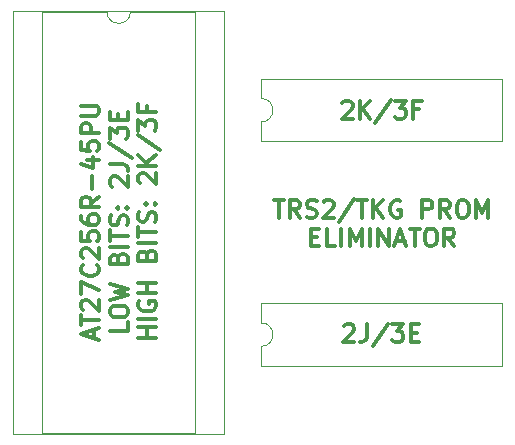
<source format=gbr>
%TF.GenerationSoftware,KiCad,Pcbnew,9.0.4*%
%TF.CreationDate,2025-12-25T18:25:57-05:00*%
%TF.ProjectId,DonkeyKongCPUPromReplacement,446f6e6b-6579-44b6-9f6e-674350555072,rev?*%
%TF.SameCoordinates,Original*%
%TF.FileFunction,Legend,Top*%
%TF.FilePolarity,Positive*%
%FSLAX46Y46*%
G04 Gerber Fmt 4.6, Leading zero omitted, Abs format (unit mm)*
G04 Created by KiCad (PCBNEW 9.0.4) date 2025-12-25 18:25:57*
%MOMM*%
%LPD*%
G01*
G04 APERTURE LIST*
%ADD10C,0.300000*%
%ADD11C,0.120000*%
G04 APERTURE END LIST*
D10*
X49749429Y-53797912D02*
X50606572Y-53797912D01*
X50178000Y-55297912D02*
X50178000Y-53797912D01*
X51963714Y-55297912D02*
X51463714Y-54583626D01*
X51106571Y-55297912D02*
X51106571Y-53797912D01*
X51106571Y-53797912D02*
X51678000Y-53797912D01*
X51678000Y-53797912D02*
X51820857Y-53869341D01*
X51820857Y-53869341D02*
X51892286Y-53940769D01*
X51892286Y-53940769D02*
X51963714Y-54083626D01*
X51963714Y-54083626D02*
X51963714Y-54297912D01*
X51963714Y-54297912D02*
X51892286Y-54440769D01*
X51892286Y-54440769D02*
X51820857Y-54512198D01*
X51820857Y-54512198D02*
X51678000Y-54583626D01*
X51678000Y-54583626D02*
X51106571Y-54583626D01*
X52535143Y-55226484D02*
X52749429Y-55297912D01*
X52749429Y-55297912D02*
X53106571Y-55297912D01*
X53106571Y-55297912D02*
X53249429Y-55226484D01*
X53249429Y-55226484D02*
X53320857Y-55155055D01*
X53320857Y-55155055D02*
X53392286Y-55012198D01*
X53392286Y-55012198D02*
X53392286Y-54869341D01*
X53392286Y-54869341D02*
X53320857Y-54726484D01*
X53320857Y-54726484D02*
X53249429Y-54655055D01*
X53249429Y-54655055D02*
X53106571Y-54583626D01*
X53106571Y-54583626D02*
X52820857Y-54512198D01*
X52820857Y-54512198D02*
X52678000Y-54440769D01*
X52678000Y-54440769D02*
X52606571Y-54369341D01*
X52606571Y-54369341D02*
X52535143Y-54226484D01*
X52535143Y-54226484D02*
X52535143Y-54083626D01*
X52535143Y-54083626D02*
X52606571Y-53940769D01*
X52606571Y-53940769D02*
X52678000Y-53869341D01*
X52678000Y-53869341D02*
X52820857Y-53797912D01*
X52820857Y-53797912D02*
X53178000Y-53797912D01*
X53178000Y-53797912D02*
X53392286Y-53869341D01*
X53963714Y-53940769D02*
X54035142Y-53869341D01*
X54035142Y-53869341D02*
X54178000Y-53797912D01*
X54178000Y-53797912D02*
X54535142Y-53797912D01*
X54535142Y-53797912D02*
X54678000Y-53869341D01*
X54678000Y-53869341D02*
X54749428Y-53940769D01*
X54749428Y-53940769D02*
X54820857Y-54083626D01*
X54820857Y-54083626D02*
X54820857Y-54226484D01*
X54820857Y-54226484D02*
X54749428Y-54440769D01*
X54749428Y-54440769D02*
X53892285Y-55297912D01*
X53892285Y-55297912D02*
X54820857Y-55297912D01*
X56535142Y-53726484D02*
X55249428Y-55655055D01*
X56820857Y-53797912D02*
X57678000Y-53797912D01*
X57249428Y-55297912D02*
X57249428Y-53797912D01*
X58177999Y-55297912D02*
X58177999Y-53797912D01*
X59035142Y-55297912D02*
X58392285Y-54440769D01*
X59035142Y-53797912D02*
X58177999Y-54655055D01*
X60463714Y-53869341D02*
X60320857Y-53797912D01*
X60320857Y-53797912D02*
X60106571Y-53797912D01*
X60106571Y-53797912D02*
X59892285Y-53869341D01*
X59892285Y-53869341D02*
X59749428Y-54012198D01*
X59749428Y-54012198D02*
X59677999Y-54155055D01*
X59677999Y-54155055D02*
X59606571Y-54440769D01*
X59606571Y-54440769D02*
X59606571Y-54655055D01*
X59606571Y-54655055D02*
X59677999Y-54940769D01*
X59677999Y-54940769D02*
X59749428Y-55083626D01*
X59749428Y-55083626D02*
X59892285Y-55226484D01*
X59892285Y-55226484D02*
X60106571Y-55297912D01*
X60106571Y-55297912D02*
X60249428Y-55297912D01*
X60249428Y-55297912D02*
X60463714Y-55226484D01*
X60463714Y-55226484D02*
X60535142Y-55155055D01*
X60535142Y-55155055D02*
X60535142Y-54655055D01*
X60535142Y-54655055D02*
X60249428Y-54655055D01*
X62320856Y-55297912D02*
X62320856Y-53797912D01*
X62320856Y-53797912D02*
X62892285Y-53797912D01*
X62892285Y-53797912D02*
X63035142Y-53869341D01*
X63035142Y-53869341D02*
X63106571Y-53940769D01*
X63106571Y-53940769D02*
X63177999Y-54083626D01*
X63177999Y-54083626D02*
X63177999Y-54297912D01*
X63177999Y-54297912D02*
X63106571Y-54440769D01*
X63106571Y-54440769D02*
X63035142Y-54512198D01*
X63035142Y-54512198D02*
X62892285Y-54583626D01*
X62892285Y-54583626D02*
X62320856Y-54583626D01*
X64677999Y-55297912D02*
X64177999Y-54583626D01*
X63820856Y-55297912D02*
X63820856Y-53797912D01*
X63820856Y-53797912D02*
X64392285Y-53797912D01*
X64392285Y-53797912D02*
X64535142Y-53869341D01*
X64535142Y-53869341D02*
X64606571Y-53940769D01*
X64606571Y-53940769D02*
X64677999Y-54083626D01*
X64677999Y-54083626D02*
X64677999Y-54297912D01*
X64677999Y-54297912D02*
X64606571Y-54440769D01*
X64606571Y-54440769D02*
X64535142Y-54512198D01*
X64535142Y-54512198D02*
X64392285Y-54583626D01*
X64392285Y-54583626D02*
X63820856Y-54583626D01*
X65606571Y-53797912D02*
X65892285Y-53797912D01*
X65892285Y-53797912D02*
X66035142Y-53869341D01*
X66035142Y-53869341D02*
X66177999Y-54012198D01*
X66177999Y-54012198D02*
X66249428Y-54297912D01*
X66249428Y-54297912D02*
X66249428Y-54797912D01*
X66249428Y-54797912D02*
X66177999Y-55083626D01*
X66177999Y-55083626D02*
X66035142Y-55226484D01*
X66035142Y-55226484D02*
X65892285Y-55297912D01*
X65892285Y-55297912D02*
X65606571Y-55297912D01*
X65606571Y-55297912D02*
X65463714Y-55226484D01*
X65463714Y-55226484D02*
X65320856Y-55083626D01*
X65320856Y-55083626D02*
X65249428Y-54797912D01*
X65249428Y-54797912D02*
X65249428Y-54297912D01*
X65249428Y-54297912D02*
X65320856Y-54012198D01*
X65320856Y-54012198D02*
X65463714Y-53869341D01*
X65463714Y-53869341D02*
X65606571Y-53797912D01*
X66892285Y-55297912D02*
X66892285Y-53797912D01*
X66892285Y-53797912D02*
X67392285Y-54869341D01*
X67392285Y-54869341D02*
X67892285Y-53797912D01*
X67892285Y-53797912D02*
X67892285Y-55297912D01*
X52892284Y-56927114D02*
X53392284Y-56927114D01*
X53606570Y-57712828D02*
X52892284Y-57712828D01*
X52892284Y-57712828D02*
X52892284Y-56212828D01*
X52892284Y-56212828D02*
X53606570Y-56212828D01*
X54963713Y-57712828D02*
X54249427Y-57712828D01*
X54249427Y-57712828D02*
X54249427Y-56212828D01*
X55463713Y-57712828D02*
X55463713Y-56212828D01*
X56177999Y-57712828D02*
X56177999Y-56212828D01*
X56177999Y-56212828D02*
X56677999Y-57284257D01*
X56677999Y-57284257D02*
X57177999Y-56212828D01*
X57177999Y-56212828D02*
X57177999Y-57712828D01*
X57892285Y-57712828D02*
X57892285Y-56212828D01*
X58606571Y-57712828D02*
X58606571Y-56212828D01*
X58606571Y-56212828D02*
X59463714Y-57712828D01*
X59463714Y-57712828D02*
X59463714Y-56212828D01*
X60106572Y-57284257D02*
X60820858Y-57284257D01*
X59963715Y-57712828D02*
X60463715Y-56212828D01*
X60463715Y-56212828D02*
X60963715Y-57712828D01*
X61249429Y-56212828D02*
X62106572Y-56212828D01*
X61678000Y-57712828D02*
X61678000Y-56212828D01*
X62892286Y-56212828D02*
X63178000Y-56212828D01*
X63178000Y-56212828D02*
X63320857Y-56284257D01*
X63320857Y-56284257D02*
X63463714Y-56427114D01*
X63463714Y-56427114D02*
X63535143Y-56712828D01*
X63535143Y-56712828D02*
X63535143Y-57212828D01*
X63535143Y-57212828D02*
X63463714Y-57498542D01*
X63463714Y-57498542D02*
X63320857Y-57641400D01*
X63320857Y-57641400D02*
X63178000Y-57712828D01*
X63178000Y-57712828D02*
X62892286Y-57712828D01*
X62892286Y-57712828D02*
X62749429Y-57641400D01*
X62749429Y-57641400D02*
X62606571Y-57498542D01*
X62606571Y-57498542D02*
X62535143Y-57212828D01*
X62535143Y-57212828D02*
X62535143Y-56712828D01*
X62535143Y-56712828D02*
X62606571Y-56427114D01*
X62606571Y-56427114D02*
X62749429Y-56284257D01*
X62749429Y-56284257D02*
X62892286Y-56212828D01*
X65035143Y-57712828D02*
X64535143Y-56998542D01*
X64178000Y-57712828D02*
X64178000Y-56212828D01*
X64178000Y-56212828D02*
X64749429Y-56212828D01*
X64749429Y-56212828D02*
X64892286Y-56284257D01*
X64892286Y-56284257D02*
X64963715Y-56355685D01*
X64963715Y-56355685D02*
X65035143Y-56498542D01*
X65035143Y-56498542D02*
X65035143Y-56712828D01*
X65035143Y-56712828D02*
X64963715Y-56855685D01*
X64963715Y-56855685D02*
X64892286Y-56927114D01*
X64892286Y-56927114D02*
X64749429Y-56998542D01*
X64749429Y-56998542D02*
X64178000Y-56998542D01*
X34537841Y-65518855D02*
X34537841Y-64804570D01*
X34966412Y-65661712D02*
X33466412Y-65161712D01*
X33466412Y-65161712D02*
X34966412Y-64661712D01*
X33466412Y-64375998D02*
X33466412Y-63518856D01*
X34966412Y-63947427D02*
X33466412Y-63947427D01*
X33609269Y-63090284D02*
X33537841Y-63018856D01*
X33537841Y-63018856D02*
X33466412Y-62875999D01*
X33466412Y-62875999D02*
X33466412Y-62518856D01*
X33466412Y-62518856D02*
X33537841Y-62375999D01*
X33537841Y-62375999D02*
X33609269Y-62304570D01*
X33609269Y-62304570D02*
X33752126Y-62233141D01*
X33752126Y-62233141D02*
X33894984Y-62233141D01*
X33894984Y-62233141D02*
X34109269Y-62304570D01*
X34109269Y-62304570D02*
X34966412Y-63161713D01*
X34966412Y-63161713D02*
X34966412Y-62233141D01*
X33466412Y-61733142D02*
X33466412Y-60733142D01*
X33466412Y-60733142D02*
X34966412Y-61375999D01*
X34823555Y-59304571D02*
X34894984Y-59375999D01*
X34894984Y-59375999D02*
X34966412Y-59590285D01*
X34966412Y-59590285D02*
X34966412Y-59733142D01*
X34966412Y-59733142D02*
X34894984Y-59947428D01*
X34894984Y-59947428D02*
X34752126Y-60090285D01*
X34752126Y-60090285D02*
X34609269Y-60161714D01*
X34609269Y-60161714D02*
X34323555Y-60233142D01*
X34323555Y-60233142D02*
X34109269Y-60233142D01*
X34109269Y-60233142D02*
X33823555Y-60161714D01*
X33823555Y-60161714D02*
X33680698Y-60090285D01*
X33680698Y-60090285D02*
X33537841Y-59947428D01*
X33537841Y-59947428D02*
X33466412Y-59733142D01*
X33466412Y-59733142D02*
X33466412Y-59590285D01*
X33466412Y-59590285D02*
X33537841Y-59375999D01*
X33537841Y-59375999D02*
X33609269Y-59304571D01*
X33609269Y-58733142D02*
X33537841Y-58661714D01*
X33537841Y-58661714D02*
X33466412Y-58518857D01*
X33466412Y-58518857D02*
X33466412Y-58161714D01*
X33466412Y-58161714D02*
X33537841Y-58018857D01*
X33537841Y-58018857D02*
X33609269Y-57947428D01*
X33609269Y-57947428D02*
X33752126Y-57875999D01*
X33752126Y-57875999D02*
X33894984Y-57875999D01*
X33894984Y-57875999D02*
X34109269Y-57947428D01*
X34109269Y-57947428D02*
X34966412Y-58804571D01*
X34966412Y-58804571D02*
X34966412Y-57875999D01*
X33466412Y-56518857D02*
X33466412Y-57233143D01*
X33466412Y-57233143D02*
X34180698Y-57304571D01*
X34180698Y-57304571D02*
X34109269Y-57233143D01*
X34109269Y-57233143D02*
X34037841Y-57090286D01*
X34037841Y-57090286D02*
X34037841Y-56733143D01*
X34037841Y-56733143D02*
X34109269Y-56590286D01*
X34109269Y-56590286D02*
X34180698Y-56518857D01*
X34180698Y-56518857D02*
X34323555Y-56447428D01*
X34323555Y-56447428D02*
X34680698Y-56447428D01*
X34680698Y-56447428D02*
X34823555Y-56518857D01*
X34823555Y-56518857D02*
X34894984Y-56590286D01*
X34894984Y-56590286D02*
X34966412Y-56733143D01*
X34966412Y-56733143D02*
X34966412Y-57090286D01*
X34966412Y-57090286D02*
X34894984Y-57233143D01*
X34894984Y-57233143D02*
X34823555Y-57304571D01*
X33466412Y-55161715D02*
X33466412Y-55447429D01*
X33466412Y-55447429D02*
X33537841Y-55590286D01*
X33537841Y-55590286D02*
X33609269Y-55661715D01*
X33609269Y-55661715D02*
X33823555Y-55804572D01*
X33823555Y-55804572D02*
X34109269Y-55876000D01*
X34109269Y-55876000D02*
X34680698Y-55876000D01*
X34680698Y-55876000D02*
X34823555Y-55804572D01*
X34823555Y-55804572D02*
X34894984Y-55733143D01*
X34894984Y-55733143D02*
X34966412Y-55590286D01*
X34966412Y-55590286D02*
X34966412Y-55304572D01*
X34966412Y-55304572D02*
X34894984Y-55161715D01*
X34894984Y-55161715D02*
X34823555Y-55090286D01*
X34823555Y-55090286D02*
X34680698Y-55018857D01*
X34680698Y-55018857D02*
X34323555Y-55018857D01*
X34323555Y-55018857D02*
X34180698Y-55090286D01*
X34180698Y-55090286D02*
X34109269Y-55161715D01*
X34109269Y-55161715D02*
X34037841Y-55304572D01*
X34037841Y-55304572D02*
X34037841Y-55590286D01*
X34037841Y-55590286D02*
X34109269Y-55733143D01*
X34109269Y-55733143D02*
X34180698Y-55804572D01*
X34180698Y-55804572D02*
X34323555Y-55876000D01*
X34966412Y-53518858D02*
X34252126Y-54018858D01*
X34966412Y-54376001D02*
X33466412Y-54376001D01*
X33466412Y-54376001D02*
X33466412Y-53804572D01*
X33466412Y-53804572D02*
X33537841Y-53661715D01*
X33537841Y-53661715D02*
X33609269Y-53590286D01*
X33609269Y-53590286D02*
X33752126Y-53518858D01*
X33752126Y-53518858D02*
X33966412Y-53518858D01*
X33966412Y-53518858D02*
X34109269Y-53590286D01*
X34109269Y-53590286D02*
X34180698Y-53661715D01*
X34180698Y-53661715D02*
X34252126Y-53804572D01*
X34252126Y-53804572D02*
X34252126Y-54376001D01*
X34394984Y-52876001D02*
X34394984Y-51733144D01*
X33966412Y-50376001D02*
X34966412Y-50376001D01*
X33394984Y-50733143D02*
X34466412Y-51090286D01*
X34466412Y-51090286D02*
X34466412Y-50161715D01*
X33466412Y-48876001D02*
X33466412Y-49590287D01*
X33466412Y-49590287D02*
X34180698Y-49661715D01*
X34180698Y-49661715D02*
X34109269Y-49590287D01*
X34109269Y-49590287D02*
X34037841Y-49447430D01*
X34037841Y-49447430D02*
X34037841Y-49090287D01*
X34037841Y-49090287D02*
X34109269Y-48947430D01*
X34109269Y-48947430D02*
X34180698Y-48876001D01*
X34180698Y-48876001D02*
X34323555Y-48804572D01*
X34323555Y-48804572D02*
X34680698Y-48804572D01*
X34680698Y-48804572D02*
X34823555Y-48876001D01*
X34823555Y-48876001D02*
X34894984Y-48947430D01*
X34894984Y-48947430D02*
X34966412Y-49090287D01*
X34966412Y-49090287D02*
X34966412Y-49447430D01*
X34966412Y-49447430D02*
X34894984Y-49590287D01*
X34894984Y-49590287D02*
X34823555Y-49661715D01*
X34966412Y-48161716D02*
X33466412Y-48161716D01*
X33466412Y-48161716D02*
X33466412Y-47590287D01*
X33466412Y-47590287D02*
X33537841Y-47447430D01*
X33537841Y-47447430D02*
X33609269Y-47376001D01*
X33609269Y-47376001D02*
X33752126Y-47304573D01*
X33752126Y-47304573D02*
X33966412Y-47304573D01*
X33966412Y-47304573D02*
X34109269Y-47376001D01*
X34109269Y-47376001D02*
X34180698Y-47447430D01*
X34180698Y-47447430D02*
X34252126Y-47590287D01*
X34252126Y-47590287D02*
X34252126Y-48161716D01*
X33466412Y-46661716D02*
X34680698Y-46661716D01*
X34680698Y-46661716D02*
X34823555Y-46590287D01*
X34823555Y-46590287D02*
X34894984Y-46518859D01*
X34894984Y-46518859D02*
X34966412Y-46376001D01*
X34966412Y-46376001D02*
X34966412Y-46090287D01*
X34966412Y-46090287D02*
X34894984Y-45947430D01*
X34894984Y-45947430D02*
X34823555Y-45876001D01*
X34823555Y-45876001D02*
X34680698Y-45804573D01*
X34680698Y-45804573D02*
X33466412Y-45804573D01*
X37381328Y-64161714D02*
X37381328Y-64876000D01*
X37381328Y-64876000D02*
X35881328Y-64876000D01*
X35881328Y-63375999D02*
X35881328Y-63090285D01*
X35881328Y-63090285D02*
X35952757Y-62947428D01*
X35952757Y-62947428D02*
X36095614Y-62804571D01*
X36095614Y-62804571D02*
X36381328Y-62733142D01*
X36381328Y-62733142D02*
X36881328Y-62733142D01*
X36881328Y-62733142D02*
X37167042Y-62804571D01*
X37167042Y-62804571D02*
X37309900Y-62947428D01*
X37309900Y-62947428D02*
X37381328Y-63090285D01*
X37381328Y-63090285D02*
X37381328Y-63375999D01*
X37381328Y-63375999D02*
X37309900Y-63518857D01*
X37309900Y-63518857D02*
X37167042Y-63661714D01*
X37167042Y-63661714D02*
X36881328Y-63733142D01*
X36881328Y-63733142D02*
X36381328Y-63733142D01*
X36381328Y-63733142D02*
X36095614Y-63661714D01*
X36095614Y-63661714D02*
X35952757Y-63518857D01*
X35952757Y-63518857D02*
X35881328Y-63375999D01*
X35881328Y-62233142D02*
X37381328Y-61875999D01*
X37381328Y-61875999D02*
X36309900Y-61590285D01*
X36309900Y-61590285D02*
X37381328Y-61304570D01*
X37381328Y-61304570D02*
X35881328Y-60947428D01*
X36595614Y-58733142D02*
X36667042Y-58518856D01*
X36667042Y-58518856D02*
X36738471Y-58447427D01*
X36738471Y-58447427D02*
X36881328Y-58375999D01*
X36881328Y-58375999D02*
X37095614Y-58375999D01*
X37095614Y-58375999D02*
X37238471Y-58447427D01*
X37238471Y-58447427D02*
X37309900Y-58518856D01*
X37309900Y-58518856D02*
X37381328Y-58661713D01*
X37381328Y-58661713D02*
X37381328Y-59233142D01*
X37381328Y-59233142D02*
X35881328Y-59233142D01*
X35881328Y-59233142D02*
X35881328Y-58733142D01*
X35881328Y-58733142D02*
X35952757Y-58590285D01*
X35952757Y-58590285D02*
X36024185Y-58518856D01*
X36024185Y-58518856D02*
X36167042Y-58447427D01*
X36167042Y-58447427D02*
X36309900Y-58447427D01*
X36309900Y-58447427D02*
X36452757Y-58518856D01*
X36452757Y-58518856D02*
X36524185Y-58590285D01*
X36524185Y-58590285D02*
X36595614Y-58733142D01*
X36595614Y-58733142D02*
X36595614Y-59233142D01*
X37381328Y-57733142D02*
X35881328Y-57733142D01*
X35881328Y-57233141D02*
X35881328Y-56375999D01*
X37381328Y-56804570D02*
X35881328Y-56804570D01*
X37309900Y-55947427D02*
X37381328Y-55733142D01*
X37381328Y-55733142D02*
X37381328Y-55375999D01*
X37381328Y-55375999D02*
X37309900Y-55233142D01*
X37309900Y-55233142D02*
X37238471Y-55161713D01*
X37238471Y-55161713D02*
X37095614Y-55090284D01*
X37095614Y-55090284D02*
X36952757Y-55090284D01*
X36952757Y-55090284D02*
X36809900Y-55161713D01*
X36809900Y-55161713D02*
X36738471Y-55233142D01*
X36738471Y-55233142D02*
X36667042Y-55375999D01*
X36667042Y-55375999D02*
X36595614Y-55661713D01*
X36595614Y-55661713D02*
X36524185Y-55804570D01*
X36524185Y-55804570D02*
X36452757Y-55875999D01*
X36452757Y-55875999D02*
X36309900Y-55947427D01*
X36309900Y-55947427D02*
X36167042Y-55947427D01*
X36167042Y-55947427D02*
X36024185Y-55875999D01*
X36024185Y-55875999D02*
X35952757Y-55804570D01*
X35952757Y-55804570D02*
X35881328Y-55661713D01*
X35881328Y-55661713D02*
X35881328Y-55304570D01*
X35881328Y-55304570D02*
X35952757Y-55090284D01*
X37238471Y-54447428D02*
X37309900Y-54375999D01*
X37309900Y-54375999D02*
X37381328Y-54447428D01*
X37381328Y-54447428D02*
X37309900Y-54518856D01*
X37309900Y-54518856D02*
X37238471Y-54447428D01*
X37238471Y-54447428D02*
X37381328Y-54447428D01*
X36452757Y-54447428D02*
X36524185Y-54375999D01*
X36524185Y-54375999D02*
X36595614Y-54447428D01*
X36595614Y-54447428D02*
X36524185Y-54518856D01*
X36524185Y-54518856D02*
X36452757Y-54447428D01*
X36452757Y-54447428D02*
X36595614Y-54447428D01*
X36024185Y-52661713D02*
X35952757Y-52590285D01*
X35952757Y-52590285D02*
X35881328Y-52447428D01*
X35881328Y-52447428D02*
X35881328Y-52090285D01*
X35881328Y-52090285D02*
X35952757Y-51947428D01*
X35952757Y-51947428D02*
X36024185Y-51875999D01*
X36024185Y-51875999D02*
X36167042Y-51804570D01*
X36167042Y-51804570D02*
X36309900Y-51804570D01*
X36309900Y-51804570D02*
X36524185Y-51875999D01*
X36524185Y-51875999D02*
X37381328Y-52733142D01*
X37381328Y-52733142D02*
X37381328Y-51804570D01*
X35881328Y-50733142D02*
X36952757Y-50733142D01*
X36952757Y-50733142D02*
X37167042Y-50804571D01*
X37167042Y-50804571D02*
X37309900Y-50947428D01*
X37309900Y-50947428D02*
X37381328Y-51161714D01*
X37381328Y-51161714D02*
X37381328Y-51304571D01*
X35809900Y-48947428D02*
X37738471Y-50233142D01*
X35881328Y-48590285D02*
X35881328Y-47661713D01*
X35881328Y-47661713D02*
X36452757Y-48161713D01*
X36452757Y-48161713D02*
X36452757Y-47947428D01*
X36452757Y-47947428D02*
X36524185Y-47804571D01*
X36524185Y-47804571D02*
X36595614Y-47733142D01*
X36595614Y-47733142D02*
X36738471Y-47661713D01*
X36738471Y-47661713D02*
X37095614Y-47661713D01*
X37095614Y-47661713D02*
X37238471Y-47733142D01*
X37238471Y-47733142D02*
X37309900Y-47804571D01*
X37309900Y-47804571D02*
X37381328Y-47947428D01*
X37381328Y-47947428D02*
X37381328Y-48375999D01*
X37381328Y-48375999D02*
X37309900Y-48518856D01*
X37309900Y-48518856D02*
X37238471Y-48590285D01*
X36595614Y-47018857D02*
X36595614Y-46518857D01*
X37381328Y-46304571D02*
X37381328Y-47018857D01*
X37381328Y-47018857D02*
X35881328Y-47018857D01*
X35881328Y-47018857D02*
X35881328Y-46304571D01*
X39796244Y-65447428D02*
X38296244Y-65447428D01*
X39010530Y-65447428D02*
X39010530Y-64590285D01*
X39796244Y-64590285D02*
X38296244Y-64590285D01*
X39796244Y-63875999D02*
X38296244Y-63875999D01*
X38367673Y-62375998D02*
X38296244Y-62518856D01*
X38296244Y-62518856D02*
X38296244Y-62733141D01*
X38296244Y-62733141D02*
X38367673Y-62947427D01*
X38367673Y-62947427D02*
X38510530Y-63090284D01*
X38510530Y-63090284D02*
X38653387Y-63161713D01*
X38653387Y-63161713D02*
X38939101Y-63233141D01*
X38939101Y-63233141D02*
X39153387Y-63233141D01*
X39153387Y-63233141D02*
X39439101Y-63161713D01*
X39439101Y-63161713D02*
X39581958Y-63090284D01*
X39581958Y-63090284D02*
X39724816Y-62947427D01*
X39724816Y-62947427D02*
X39796244Y-62733141D01*
X39796244Y-62733141D02*
X39796244Y-62590284D01*
X39796244Y-62590284D02*
X39724816Y-62375998D01*
X39724816Y-62375998D02*
X39653387Y-62304570D01*
X39653387Y-62304570D02*
X39153387Y-62304570D01*
X39153387Y-62304570D02*
X39153387Y-62590284D01*
X39796244Y-61661713D02*
X38296244Y-61661713D01*
X39010530Y-61661713D02*
X39010530Y-60804570D01*
X39796244Y-60804570D02*
X38296244Y-60804570D01*
X39010530Y-58447427D02*
X39081958Y-58233141D01*
X39081958Y-58233141D02*
X39153387Y-58161712D01*
X39153387Y-58161712D02*
X39296244Y-58090284D01*
X39296244Y-58090284D02*
X39510530Y-58090284D01*
X39510530Y-58090284D02*
X39653387Y-58161712D01*
X39653387Y-58161712D02*
X39724816Y-58233141D01*
X39724816Y-58233141D02*
X39796244Y-58375998D01*
X39796244Y-58375998D02*
X39796244Y-58947427D01*
X39796244Y-58947427D02*
X38296244Y-58947427D01*
X38296244Y-58947427D02*
X38296244Y-58447427D01*
X38296244Y-58447427D02*
X38367673Y-58304570D01*
X38367673Y-58304570D02*
X38439101Y-58233141D01*
X38439101Y-58233141D02*
X38581958Y-58161712D01*
X38581958Y-58161712D02*
X38724816Y-58161712D01*
X38724816Y-58161712D02*
X38867673Y-58233141D01*
X38867673Y-58233141D02*
X38939101Y-58304570D01*
X38939101Y-58304570D02*
X39010530Y-58447427D01*
X39010530Y-58447427D02*
X39010530Y-58947427D01*
X39796244Y-57447427D02*
X38296244Y-57447427D01*
X38296244Y-56947426D02*
X38296244Y-56090284D01*
X39796244Y-56518855D02*
X38296244Y-56518855D01*
X39724816Y-55661712D02*
X39796244Y-55447427D01*
X39796244Y-55447427D02*
X39796244Y-55090284D01*
X39796244Y-55090284D02*
X39724816Y-54947427D01*
X39724816Y-54947427D02*
X39653387Y-54875998D01*
X39653387Y-54875998D02*
X39510530Y-54804569D01*
X39510530Y-54804569D02*
X39367673Y-54804569D01*
X39367673Y-54804569D02*
X39224816Y-54875998D01*
X39224816Y-54875998D02*
X39153387Y-54947427D01*
X39153387Y-54947427D02*
X39081958Y-55090284D01*
X39081958Y-55090284D02*
X39010530Y-55375998D01*
X39010530Y-55375998D02*
X38939101Y-55518855D01*
X38939101Y-55518855D02*
X38867673Y-55590284D01*
X38867673Y-55590284D02*
X38724816Y-55661712D01*
X38724816Y-55661712D02*
X38581958Y-55661712D01*
X38581958Y-55661712D02*
X38439101Y-55590284D01*
X38439101Y-55590284D02*
X38367673Y-55518855D01*
X38367673Y-55518855D02*
X38296244Y-55375998D01*
X38296244Y-55375998D02*
X38296244Y-55018855D01*
X38296244Y-55018855D02*
X38367673Y-54804569D01*
X39653387Y-54161713D02*
X39724816Y-54090284D01*
X39724816Y-54090284D02*
X39796244Y-54161713D01*
X39796244Y-54161713D02*
X39724816Y-54233141D01*
X39724816Y-54233141D02*
X39653387Y-54161713D01*
X39653387Y-54161713D02*
X39796244Y-54161713D01*
X38867673Y-54161713D02*
X38939101Y-54090284D01*
X38939101Y-54090284D02*
X39010530Y-54161713D01*
X39010530Y-54161713D02*
X38939101Y-54233141D01*
X38939101Y-54233141D02*
X38867673Y-54161713D01*
X38867673Y-54161713D02*
X39010530Y-54161713D01*
X38439101Y-52375998D02*
X38367673Y-52304570D01*
X38367673Y-52304570D02*
X38296244Y-52161713D01*
X38296244Y-52161713D02*
X38296244Y-51804570D01*
X38296244Y-51804570D02*
X38367673Y-51661713D01*
X38367673Y-51661713D02*
X38439101Y-51590284D01*
X38439101Y-51590284D02*
X38581958Y-51518855D01*
X38581958Y-51518855D02*
X38724816Y-51518855D01*
X38724816Y-51518855D02*
X38939101Y-51590284D01*
X38939101Y-51590284D02*
X39796244Y-52447427D01*
X39796244Y-52447427D02*
X39796244Y-51518855D01*
X39796244Y-50875999D02*
X38296244Y-50875999D01*
X39796244Y-50018856D02*
X38939101Y-50661713D01*
X38296244Y-50018856D02*
X39153387Y-50875999D01*
X38224816Y-48304570D02*
X40153387Y-49590284D01*
X38296244Y-47947427D02*
X38296244Y-47018855D01*
X38296244Y-47018855D02*
X38867673Y-47518855D01*
X38867673Y-47518855D02*
X38867673Y-47304570D01*
X38867673Y-47304570D02*
X38939101Y-47161713D01*
X38939101Y-47161713D02*
X39010530Y-47090284D01*
X39010530Y-47090284D02*
X39153387Y-47018855D01*
X39153387Y-47018855D02*
X39510530Y-47018855D01*
X39510530Y-47018855D02*
X39653387Y-47090284D01*
X39653387Y-47090284D02*
X39724816Y-47161713D01*
X39724816Y-47161713D02*
X39796244Y-47304570D01*
X39796244Y-47304570D02*
X39796244Y-47733141D01*
X39796244Y-47733141D02*
X39724816Y-47875998D01*
X39724816Y-47875998D02*
X39653387Y-47947427D01*
X39010530Y-45875999D02*
X39010530Y-46375999D01*
X39796244Y-46375999D02*
X38296244Y-46375999D01*
X38296244Y-46375999D02*
X38296244Y-45661713D01*
X55568572Y-45549185D02*
X55640000Y-45477757D01*
X55640000Y-45477757D02*
X55782858Y-45406328D01*
X55782858Y-45406328D02*
X56140000Y-45406328D01*
X56140000Y-45406328D02*
X56282858Y-45477757D01*
X56282858Y-45477757D02*
X56354286Y-45549185D01*
X56354286Y-45549185D02*
X56425715Y-45692042D01*
X56425715Y-45692042D02*
X56425715Y-45834900D01*
X56425715Y-45834900D02*
X56354286Y-46049185D01*
X56354286Y-46049185D02*
X55497143Y-46906328D01*
X55497143Y-46906328D02*
X56425715Y-46906328D01*
X57068571Y-46906328D02*
X57068571Y-45406328D01*
X57925714Y-46906328D02*
X57282857Y-46049185D01*
X57925714Y-45406328D02*
X57068571Y-46263471D01*
X59640000Y-45334900D02*
X58354286Y-47263471D01*
X59997143Y-45406328D02*
X60925715Y-45406328D01*
X60925715Y-45406328D02*
X60425715Y-45977757D01*
X60425715Y-45977757D02*
X60640000Y-45977757D01*
X60640000Y-45977757D02*
X60782858Y-46049185D01*
X60782858Y-46049185D02*
X60854286Y-46120614D01*
X60854286Y-46120614D02*
X60925715Y-46263471D01*
X60925715Y-46263471D02*
X60925715Y-46620614D01*
X60925715Y-46620614D02*
X60854286Y-46763471D01*
X60854286Y-46763471D02*
X60782858Y-46834900D01*
X60782858Y-46834900D02*
X60640000Y-46906328D01*
X60640000Y-46906328D02*
X60211429Y-46906328D01*
X60211429Y-46906328D02*
X60068572Y-46834900D01*
X60068572Y-46834900D02*
X59997143Y-46763471D01*
X62068571Y-46120614D02*
X61568571Y-46120614D01*
X61568571Y-46906328D02*
X61568571Y-45406328D01*
X61568571Y-45406328D02*
X62282857Y-45406328D01*
X55711429Y-64472185D02*
X55782857Y-64400757D01*
X55782857Y-64400757D02*
X55925715Y-64329328D01*
X55925715Y-64329328D02*
X56282857Y-64329328D01*
X56282857Y-64329328D02*
X56425715Y-64400757D01*
X56425715Y-64400757D02*
X56497143Y-64472185D01*
X56497143Y-64472185D02*
X56568572Y-64615042D01*
X56568572Y-64615042D02*
X56568572Y-64757900D01*
X56568572Y-64757900D02*
X56497143Y-64972185D01*
X56497143Y-64972185D02*
X55640000Y-65829328D01*
X55640000Y-65829328D02*
X56568572Y-65829328D01*
X57640000Y-64329328D02*
X57640000Y-65400757D01*
X57640000Y-65400757D02*
X57568571Y-65615042D01*
X57568571Y-65615042D02*
X57425714Y-65757900D01*
X57425714Y-65757900D02*
X57211428Y-65829328D01*
X57211428Y-65829328D02*
X57068571Y-65829328D01*
X59425714Y-64257900D02*
X58140000Y-66186471D01*
X59782857Y-64329328D02*
X60711429Y-64329328D01*
X60711429Y-64329328D02*
X60211429Y-64900757D01*
X60211429Y-64900757D02*
X60425714Y-64900757D01*
X60425714Y-64900757D02*
X60568572Y-64972185D01*
X60568572Y-64972185D02*
X60640000Y-65043614D01*
X60640000Y-65043614D02*
X60711429Y-65186471D01*
X60711429Y-65186471D02*
X60711429Y-65543614D01*
X60711429Y-65543614D02*
X60640000Y-65686471D01*
X60640000Y-65686471D02*
X60568572Y-65757900D01*
X60568572Y-65757900D02*
X60425714Y-65829328D01*
X60425714Y-65829328D02*
X59997143Y-65829328D01*
X59997143Y-65829328D02*
X59854286Y-65757900D01*
X59854286Y-65757900D02*
X59782857Y-65686471D01*
X61354285Y-65043614D02*
X61854285Y-65043614D01*
X62068571Y-65829328D02*
X61354285Y-65829328D01*
X61354285Y-65829328D02*
X61354285Y-64329328D01*
X61354285Y-64329328D02*
X62068571Y-64329328D01*
D11*
%TO.C,J1*%
X48670000Y-62540000D02*
X48670000Y-64190000D01*
X48670000Y-66190000D02*
X48670000Y-67840000D01*
X48670000Y-67840000D02*
X69110000Y-67840000D01*
X69110000Y-62540000D02*
X48670000Y-62540000D01*
X69110000Y-67840000D02*
X69110000Y-62540000D01*
X48670000Y-64190000D02*
G75*
G02*
X48670000Y-66190000I0J-1000000D01*
G01*
%TO.C,U1*%
X27670000Y-37780000D02*
X27670000Y-73580000D01*
X27670000Y-73580000D02*
X45570000Y-73580000D01*
X30160000Y-37840000D02*
X30160000Y-73520000D01*
X30160000Y-73520000D02*
X43080000Y-73520000D01*
X35620000Y-37840000D02*
X30160000Y-37840000D01*
X43080000Y-37840000D02*
X37620000Y-37840000D01*
X43080000Y-73520000D02*
X43080000Y-37840000D01*
X45570000Y-37780000D02*
X27670000Y-37780000D01*
X45570000Y-73580000D02*
X45570000Y-37780000D01*
X37620000Y-37840000D02*
G75*
G02*
X35620000Y-37840000I-1000000J0D01*
G01*
%TO.C,J2*%
X48670000Y-43540000D02*
X48670000Y-45190000D01*
X48670000Y-47190000D02*
X48670000Y-48840000D01*
X48670000Y-48840000D02*
X69110000Y-48840000D01*
X69110000Y-43540000D02*
X48670000Y-43540000D01*
X69110000Y-48840000D02*
X69110000Y-43540000D01*
X48670000Y-45190000D02*
G75*
G02*
X48670000Y-47190000I0J-1000000D01*
G01*
%TD*%
M02*

</source>
